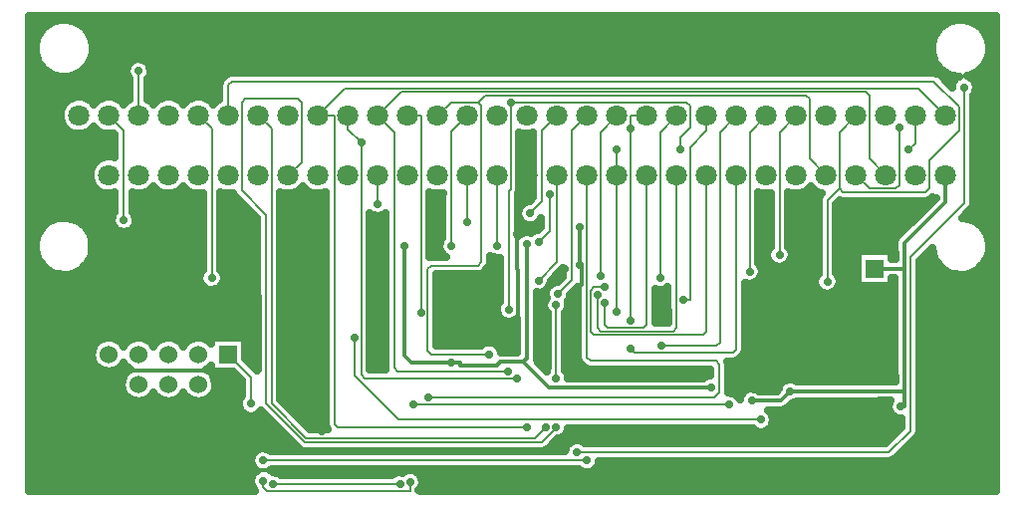
<source format=gbr>
G04 DipTrace 2.4.0.2*
%INBottom.gbr*%
%MOIN*%
%ADD13C,0.0118*%
%ADD14C,0.0059*%
%ADD15C,0.025*%
%ADD18R,0.063X0.063*%
%ADD19C,0.063*%
%ADD21C,0.0709*%
%ADD25C,0.06*%
%ADD26R,0.06X0.06*%
%ADD32C,0.0276*%
%FSLAX44Y44*%
G04*
G70*
G90*
G75*
G01*
%LNBottom*%
%LPD*%
X27081Y7699D2*
D13*
X21674D1*
X20807Y8565D1*
X20034D1*
X19926Y8457D1*
X18701D1*
Y8536D1*
X18406D1*
X28455Y7266D2*
X29419D1*
X29734Y7581D1*
X33566D1*
Y11687D1*
Y12544D1*
X34937Y13915D1*
Y14812D1*
X20807Y8565D2*
X20925Y8684D1*
Y12506D1*
X33566Y7581D2*
Y7062D1*
X33379D1*
Y7063D1*
X33441D1*
X18406Y8536D2*
X17075D1*
X16839Y8772D1*
Y12427D1*
X33566Y11687D2*
X32562D1*
X21695Y14182D2*
D14*
Y12941D1*
X21319Y12565D1*
X15937Y13847D2*
Y14812D1*
X27937D2*
Y8987D1*
X27819Y8869D1*
X24522D1*
X24380Y9012D1*
X26937Y14812D2*
Y9583D1*
X26819Y9465D1*
X23173D1*
X23055Y9583D1*
Y10941D1*
X23173Y11059D1*
X23518D1*
X25937Y14812D2*
Y9701D1*
X25819Y9583D1*
X23400D1*
X23281Y9701D1*
Y10803D1*
X21909Y8014D2*
Y10482D1*
Y6387D2*
Y6345D1*
X21440Y5875D1*
X13501D1*
X12208Y7168D1*
Y13477D1*
X11380Y14305D1*
Y17255D1*
X11498Y17373D1*
X13262D1*
X13380Y17255D1*
Y15255D1*
X12937Y14812D1*
X23519Y10557D2*
Y9819D1*
X23637Y9701D1*
X24819D1*
X24937Y9819D1*
Y14812D1*
X23937Y10242D2*
Y14812D1*
Y15658D1*
X24380Y9927D2*
Y16359D1*
Y16812D1*
X24937D1*
X25937D2*
X25380Y16255D1*
Y11363D1*
X26937Y16812D2*
Y16293D1*
X26380Y15736D1*
Y10642D1*
X26163D1*
X27937Y16812D2*
X27380Y16255D1*
Y9214D1*
X27262Y9096D1*
X25423D1*
X28937Y16812D2*
X28380Y16255D1*
Y11590D1*
X29937Y16812D2*
X29380Y16255D1*
Y12150D1*
X7937Y18298D2*
Y16812D1*
X10380Y11374D2*
Y16369D1*
X9937Y16812D1*
X17627Y7375D2*
X27190D1*
X27366Y7551D1*
Y8473D1*
X27248Y8592D1*
X23055D1*
X22937Y8710D1*
Y14812D1*
X21965Y10826D2*
X22437Y11298D1*
Y16312D1*
X22937Y16812D1*
X18937Y13237D2*
Y14812D1*
X17937Y16812D2*
X18380Y17255D1*
X19291D1*
X19518Y17481D1*
X30262D1*
X30380Y17363D1*
Y15369D1*
X30937Y14812D1*
X19291Y17255D2*
X19409Y17137D1*
Y11909D1*
X19291Y11791D1*
X17724D1*
X17606Y11673D1*
Y8939D1*
X17724Y8821D1*
X19665D1*
X35562Y17750D2*
Y13875D1*
X33754Y12066D1*
Y6254D1*
X33042Y5542D1*
X22605D1*
X33380Y16422D2*
Y14487D1*
X33262Y14369D1*
X32380D1*
X31937Y14812D1*
X16937Y16812D2*
X17380D1*
Y10200D1*
X20295Y8250D2*
X16612D1*
X16494Y8369D1*
Y16255D1*
X15937Y16812D1*
X16724Y17599D1*
X32262D1*
X32380Y17481D1*
Y15369D1*
X32937Y14812D1*
X20610Y8014D2*
X15498D1*
X15380Y8132D1*
Y15895D1*
X14937Y16338D1*
Y16812D1*
X20925Y6364D2*
X14612D1*
X14494Y6482D1*
Y16812D1*
X13937D1*
X14843Y17718D1*
X34031D1*
X34937Y16812D1*
X26055Y15658D2*
Y16089D1*
X26380Y16413D1*
Y17137D1*
X26262Y17255D1*
X20380D1*
X33711Y15658D2*
X33937Y15885D1*
Y16812D1*
X20380Y17255D2*
Y14338D1*
X20325Y14283D1*
Y10318D1*
X11937Y16812D2*
X12380Y16369D1*
Y7184D1*
X13544Y6020D1*
X21207D1*
X21555Y6368D1*
X31937Y16812D2*
X31380Y16255D1*
Y14369D1*
X31498Y14251D1*
X34262D1*
X34380Y14369D1*
Y15314D1*
X35380Y16314D1*
Y17119D1*
X34545Y17954D1*
X11055D1*
X10937Y17836D1*
Y16812D1*
X31380Y14369D2*
X30979Y13969D1*
Y11256D1*
X15154Y9375D2*
Y8098D1*
X16627Y6625D1*
X28753D1*
X27690Y7125D2*
X27440D1*
X17127D1*
X5937Y14812D2*
D13*
Y14080D1*
X6312Y13705D1*
Y8437D1*
X6937Y7812D1*
X17954Y11266D2*
X18720Y10499D1*
Y9590D1*
X19449Y4900D2*
X20036Y4312D1*
X26390D1*
X15937Y4978D2*
X16661D1*
X16740Y4900D1*
X19449D1*
X10937Y7812D2*
Y5185D1*
X11173Y4949D1*
X15907D1*
X15937Y4978D1*
X6937Y7812D2*
X7414Y8289D1*
X10460D1*
X10937Y7812D1*
X20610Y12841D2*
Y13684D1*
X20937Y14011D1*
Y14812D1*
X18720Y9590D2*
X20404D1*
X20640Y9826D1*
Y11634D1*
X20610Y11663D1*
Y12841D1*
X26875Y8187D2*
X25812D1*
X22812D1*
X22562Y8437D1*
Y10937D1*
X22750Y11125D1*
Y11750D1*
X22687Y11812D1*
Y13062D2*
Y11812D1*
X25812Y8187D2*
D3*
X10937Y7812D2*
Y6877D1*
X12314Y5500D1*
X13562D1*
X13625Y5562D1*
X15937D1*
X22002D1*
X22377Y5937D1*
X23187D1*
X23562Y6312D1*
X7438Y13313D2*
D14*
Y16311D1*
X6937Y16812D1*
X23380Y11453D2*
Y16255D1*
X23937Y16812D1*
X21319Y11285D2*
X21937Y11904D1*
Y14812D1*
X21035Y13532D2*
X21439Y13936D1*
Y16314D1*
X21937Y16812D1*
X12110Y4585D2*
Y4358D1*
X12228Y4240D1*
X17016D1*
Y4538D1*
X22937Y5264D2*
X12110D1*
X11693Y7160D2*
Y8056D1*
X10937Y8812D1*
X19937Y12447D2*
Y14812D1*
X16681Y4467D2*
X12445D1*
X18406Y12447D2*
Y16281D1*
X18937Y16812D1*
D32*
X30125Y13375D3*
X28875D3*
X31812Y13500D3*
X33750D3*
X36625Y20125D3*
X4250D3*
Y4250D3*
X36625D3*
X9000Y12750D3*
X11312D3*
X17875Y13375D3*
X12875Y13625D3*
X14000D3*
X12875Y11875D3*
X14000D3*
X12875Y10062D3*
X13812Y9187D3*
X15750Y10250D3*
X28375Y8125D3*
X30562Y7062D3*
X33441Y6500D3*
X29125Y10437D3*
X31750Y8500D3*
X26875Y8187D3*
X22687Y11812D3*
Y13062D3*
X21625Y9875D3*
Y8500D3*
X13625Y5562D3*
X15937D3*
X22187Y11687D3*
X20500Y9125D3*
X13437Y12750D3*
X15937D3*
X17812D3*
X23562Y6312D3*
X25437D3*
X25812Y8187D3*
X25375Y10437D3*
X27000Y6125D3*
X30253Y8188D3*
X32937Y6000D3*
X29687Y6687D3*
X18406Y8536D3*
X16839Y12427D3*
X20925Y12506D3*
X33441Y7063D3*
X27081Y7699D3*
X29734Y7581D3*
X28455Y7266D3*
X21319Y12565D3*
X21695Y14182D3*
X15937Y13847D3*
X24380Y9012D3*
X23518Y11059D3*
X23281Y10803D3*
X21909Y10482D3*
Y8014D3*
Y6387D3*
X23519Y10557D3*
X23937Y15658D3*
Y10242D3*
X24380Y16359D3*
Y9927D3*
X25380Y11363D3*
X26163Y10642D3*
X25423Y9096D3*
X28380Y11590D3*
X29380Y12150D3*
X7937Y18298D3*
X10380Y11374D3*
X17627Y7375D3*
X21965Y10826D3*
X18937Y13237D3*
X19665Y8821D3*
X22605Y5542D3*
X35562Y17750D3*
X33380Y16422D3*
X17380Y10200D3*
X20295Y8250D3*
X20610Y8014D3*
X15380Y15895D3*
X20925Y6364D3*
X20325Y10318D3*
X26055Y15658D3*
X33711D3*
X20380Y17255D3*
X21555Y6368D3*
X30979Y11256D3*
X28753Y6625D3*
X15154Y9375D3*
X17127Y7125D3*
X27690D3*
X15937Y4978D3*
X20610Y12841D3*
X19449Y4900D3*
X18720Y9590D3*
X26390Y4312D3*
X17954Y11266D3*
X7438Y13313D3*
X23380Y11453D3*
X21319Y11285D3*
X21035Y13532D3*
X17016Y4538D3*
X12110Y4585D3*
Y5264D3*
X22937D3*
X11693Y7160D3*
X19937Y12447D3*
X12445Y4467D3*
X16681D3*
X18406Y12447D3*
X14064Y6250D3*
X13439Y6812D3*
X4275Y19876D2*
D15*
X4914D1*
X5960D2*
X34914D1*
X35960D2*
X36598D1*
X4275Y19627D2*
X4644D1*
X6230D2*
X34644D1*
X36230D2*
X36598D1*
X4275Y19378D2*
X4512D1*
X6362D2*
X34512D1*
X36362D2*
X36598D1*
X4275Y19130D2*
X4461D1*
X6413D2*
X34461D1*
X36413D2*
X36596D1*
X4275Y18881D2*
X4476D1*
X6398D2*
X34476D1*
X36398D2*
X36598D1*
X4275Y18632D2*
X4562D1*
X6312D2*
X7687D1*
X8187D2*
X34562D1*
X36312D2*
X36598D1*
X4275Y18384D2*
X4742D1*
X6132D2*
X7519D1*
X8355D2*
X34742D1*
X36132D2*
X36598D1*
X4275Y18135D2*
X5187D1*
X5687D2*
X7543D1*
X8331D2*
X10797D1*
X34804D2*
X35187D1*
X35702D2*
X36598D1*
X4275Y17886D2*
X7617D1*
X8257D2*
X10621D1*
X35964D2*
X36598D1*
X4275Y17638D2*
X7617D1*
X8257D2*
X10617D1*
X35972D2*
X36598D1*
X4275Y17389D2*
X5687D1*
X6187D2*
X6687D1*
X7187D2*
X7617D1*
X8257D2*
X8687D1*
X9187D2*
X9687D1*
X10187D2*
X10617D1*
X35882D2*
X36598D1*
X4275Y17140D2*
X5387D1*
X35882D2*
X36598D1*
X4275Y16892D2*
X5297D1*
X35882D2*
X36598D1*
X4275Y16643D2*
X5316D1*
X35882D2*
X36598D1*
X4275Y16394D2*
X5457D1*
X35882D2*
X36598D1*
X4275Y16145D2*
X7117D1*
X20698D2*
X21121D1*
X35882D2*
X36598D1*
X4275Y15897D2*
X7117D1*
X20698D2*
X21121D1*
X35882D2*
X36598D1*
X4275Y15648D2*
X7117D1*
X20698D2*
X21121D1*
X35882D2*
X36598D1*
X4275Y15399D2*
X6715D1*
X20698D2*
X21121D1*
X35882D2*
X36598D1*
X4275Y15151D2*
X6394D1*
X20698D2*
X21121D1*
X35882D2*
X36598D1*
X4275Y14902D2*
X6301D1*
X20698D2*
X21121D1*
X35882D2*
X36598D1*
X4275Y14653D2*
X6312D1*
X20698D2*
X21121D1*
X35882D2*
X36598D1*
X4275Y14405D2*
X6445D1*
X20698D2*
X21121D1*
X35882D2*
X36598D1*
X4275Y14156D2*
X7117D1*
X7757D2*
X10062D1*
X10698D2*
X11101D1*
X12698D2*
X14176D1*
X17698D2*
X18086D1*
X20644D2*
X21121D1*
X28698D2*
X29062D1*
X29698D2*
X30726D1*
X35882D2*
X36598D1*
X4275Y13907D2*
X7117D1*
X7757D2*
X10062D1*
X10698D2*
X11336D1*
X12698D2*
X14176D1*
X17698D2*
X18086D1*
X20644D2*
X20863D1*
X28698D2*
X29062D1*
X29698D2*
X30660D1*
X31358D2*
X34445D1*
X35882D2*
X36598D1*
X4275Y13659D2*
X7117D1*
X7757D2*
X10062D1*
X10698D2*
X11586D1*
X12698D2*
X14176D1*
X17698D2*
X18086D1*
X28698D2*
X29062D1*
X29698D2*
X30660D1*
X31300D2*
X34199D1*
X35788D2*
X36598D1*
X4275Y13410D2*
X7023D1*
X7855D2*
X10062D1*
X10698D2*
X11836D1*
X12698D2*
X14176D1*
X15698D2*
X16176D1*
X17698D2*
X18086D1*
X28698D2*
X29062D1*
X29698D2*
X30660D1*
X31300D2*
X33949D1*
X35538D2*
X36598D1*
X4275Y13161D2*
X4793D1*
X6081D2*
X7039D1*
X7835D2*
X10062D1*
X10698D2*
X11887D1*
X12698D2*
X14176D1*
X15698D2*
X16176D1*
X17698D2*
X18086D1*
X20644D2*
X20855D1*
X21218D2*
X21375D1*
X28698D2*
X29062D1*
X29698D2*
X30660D1*
X31300D2*
X33699D1*
X36081D2*
X36598D1*
X4275Y12913D2*
X4586D1*
X6288D2*
X10062D1*
X10698D2*
X11887D1*
X12698D2*
X14176D1*
X15698D2*
X16176D1*
X17698D2*
X18086D1*
X20644D2*
X21090D1*
X28698D2*
X29062D1*
X29698D2*
X30660D1*
X31300D2*
X33453D1*
X36288D2*
X36598D1*
X4275Y12664D2*
X4484D1*
X6390D2*
X10062D1*
X10698D2*
X11887D1*
X12698D2*
X14176D1*
X15698D2*
X16176D1*
X17698D2*
X18043D1*
X28698D2*
X29062D1*
X29698D2*
X30660D1*
X31300D2*
X33238D1*
X36390D2*
X36598D1*
X4275Y12415D2*
X4457D1*
X6417D2*
X10062D1*
X10698D2*
X11887D1*
X12698D2*
X14176D1*
X15698D2*
X16176D1*
X17698D2*
X17980D1*
X28698D2*
X29051D1*
X29706D2*
X30660D1*
X31300D2*
X33219D1*
X36417D2*
X36596D1*
X4275Y12166D2*
X4496D1*
X6378D2*
X10062D1*
X10698D2*
X11887D1*
X12698D2*
X14176D1*
X15698D2*
X16176D1*
X17698D2*
X18090D1*
X28698D2*
X28953D1*
X29808D2*
X30660D1*
X31300D2*
X31957D1*
X34296D2*
X34496D1*
X36378D2*
X36598D1*
X4275Y11918D2*
X4613D1*
X6261D2*
X10062D1*
X10698D2*
X11887D1*
X12698D2*
X14176D1*
X15698D2*
X16176D1*
X19730D2*
X20004D1*
X28698D2*
X29027D1*
X29733D2*
X30660D1*
X31300D2*
X31957D1*
X34073D2*
X34613D1*
X36261D2*
X36598D1*
X4275Y11669D2*
X4848D1*
X6026D2*
X10062D1*
X10698D2*
X11887D1*
X12698D2*
X14176D1*
X15698D2*
X16176D1*
X19612D2*
X20004D1*
X28800D2*
X30660D1*
X31300D2*
X31957D1*
X34073D2*
X34848D1*
X36026D2*
X36598D1*
X4275Y11420D2*
X9957D1*
X10804D2*
X11887D1*
X12698D2*
X14176D1*
X15698D2*
X16176D1*
X17925D2*
X20004D1*
X21894D2*
X22117D1*
X28769D2*
X30586D1*
X31370D2*
X31957D1*
X34073D2*
X36598D1*
X4275Y11172D2*
X10008D1*
X10753D2*
X11887D1*
X12698D2*
X14176D1*
X15698D2*
X16176D1*
X17925D2*
X20004D1*
X28257D2*
X30562D1*
X31398D2*
X31957D1*
X34073D2*
X36598D1*
X4275Y10923D2*
X11887D1*
X12698D2*
X14176D1*
X15698D2*
X16176D1*
X17925D2*
X20004D1*
X25257D2*
X25617D1*
X28257D2*
X30726D1*
X31230D2*
X33219D1*
X34073D2*
X36598D1*
X4275Y10674D2*
X11887D1*
X12698D2*
X14176D1*
X15698D2*
X16176D1*
X17925D2*
X20004D1*
X21273D2*
X21531D1*
X22362D2*
X22617D1*
X25257D2*
X25617D1*
X28257D2*
X33219D1*
X34073D2*
X36598D1*
X4275Y10426D2*
X11887D1*
X12698D2*
X14176D1*
X15698D2*
X16176D1*
X17925D2*
X19910D1*
X21273D2*
X21484D1*
X22335D2*
X22617D1*
X25257D2*
X25617D1*
X28257D2*
X33219D1*
X34073D2*
X36598D1*
X4275Y10177D2*
X11887D1*
X12698D2*
X14176D1*
X15698D2*
X16176D1*
X17925D2*
X19922D1*
X21273D2*
X21590D1*
X22230D2*
X22617D1*
X25257D2*
X25617D1*
X28257D2*
X33219D1*
X34073D2*
X36598D1*
X4275Y9928D2*
X11887D1*
X12698D2*
X14176D1*
X15698D2*
X16176D1*
X17925D2*
X20199D1*
X20452D2*
X20578D1*
X21273D2*
X21590D1*
X22230D2*
X22617D1*
X25257D2*
X25617D1*
X28257D2*
X33219D1*
X34073D2*
X36598D1*
X4275Y9680D2*
X11887D1*
X12698D2*
X14176D1*
X15698D2*
X16176D1*
X17925D2*
X20578D1*
X21273D2*
X21590D1*
X22230D2*
X22617D1*
X28257D2*
X33219D1*
X34073D2*
X36598D1*
X4275Y9431D2*
X11887D1*
X12698D2*
X14176D1*
X15698D2*
X16176D1*
X17925D2*
X20578D1*
X21273D2*
X21590D1*
X22230D2*
X22617D1*
X28257D2*
X33219D1*
X34073D2*
X36598D1*
X4275Y9182D2*
X6484D1*
X11526D2*
X11887D1*
X12698D2*
X14176D1*
X15698D2*
X16176D1*
X17925D2*
X19461D1*
X19870D2*
X20578D1*
X21273D2*
X21590D1*
X22230D2*
X22617D1*
X28257D2*
X33219D1*
X34073D2*
X36598D1*
X4275Y8934D2*
X6359D1*
X11526D2*
X11887D1*
X12698D2*
X14176D1*
X15698D2*
X16176D1*
X20077D2*
X20578D1*
X21273D2*
X21590D1*
X22230D2*
X22617D1*
X28253D2*
X33219D1*
X34073D2*
X36598D1*
X4275Y8685D2*
X6363D1*
X11526D2*
X11887D1*
X12698D2*
X14176D1*
X15698D2*
X16176D1*
X21273D2*
X21590D1*
X22230D2*
X22617D1*
X28077D2*
X33219D1*
X34073D2*
X36598D1*
X4275Y8436D2*
X6492D1*
X11753D2*
X11887D1*
X12698D2*
X14176D1*
X15698D2*
X16176D1*
X21421D2*
X21589D1*
X22230D2*
X22769D1*
X27687D2*
X33219D1*
X34073D2*
X36598D1*
X4275Y8187D2*
X7488D1*
X10386D2*
X11121D1*
X12698D2*
X14176D1*
X22296D2*
X27047D1*
X27687D2*
X33219D1*
X34073D2*
X36598D1*
X4275Y7939D2*
X7363D1*
X10511D2*
X11367D1*
X12698D2*
X14176D1*
X27687D2*
X29523D1*
X29944D2*
X33219D1*
X34073D2*
X36598D1*
X4275Y7690D2*
X7359D1*
X10515D2*
X11375D1*
X12698D2*
X14176D1*
X27687D2*
X29320D1*
X34073D2*
X36598D1*
X4275Y7441D2*
X7484D1*
X10390D2*
X11375D1*
X12698D2*
X14176D1*
X34073D2*
X36598D1*
X4275Y7193D2*
X11266D1*
X12812D2*
X14176D1*
X29866D2*
X33035D1*
X34073D2*
X36598D1*
X4275Y6944D2*
X11328D1*
X13062D2*
X14176D1*
X29480D2*
X33031D1*
X34073D2*
X36598D1*
X4275Y6695D2*
X12238D1*
X13308D2*
X14176D1*
X29175D2*
X33250D1*
X34073D2*
X36598D1*
X4275Y6447D2*
X12488D1*
X13558D2*
X14176D1*
X29140D2*
X33433D1*
X34073D2*
X36598D1*
X4275Y6198D2*
X12738D1*
X22288D2*
X33258D1*
X34069D2*
X36598D1*
X4275Y5949D2*
X12984D1*
X21956D2*
X33008D1*
X33890D2*
X36598D1*
X4275Y5701D2*
X13234D1*
X21706D2*
X22211D1*
X33644D2*
X36598D1*
X4275Y5452D2*
X11730D1*
X33394D2*
X36598D1*
X4275Y5203D2*
X11687D1*
X23358D2*
X36598D1*
X4275Y4955D2*
X11828D1*
X12394D2*
X22656D1*
X23218D2*
X36598D1*
X4275Y4706D2*
X11703D1*
X17405D2*
X36598D1*
X4275Y4457D2*
X11703D1*
X17437D2*
X36598D1*
X32107Y12267D2*
X33142D1*
Y12013D1*
X33246Y12011D1*
X33242Y12544D1*
X33266Y12666D1*
X33337Y12773D1*
X34616Y14052D1*
X34509Y14082D1*
X34470Y14043D1*
X34378Y13981D1*
X34262Y13957D1*
X31494D1*
X31410Y13971D1*
X31274Y13844D1*
Y11527D1*
X31353Y11407D1*
X31382Y11256D1*
X31363Y11133D1*
X31307Y11021D1*
X31220Y10932D1*
X31110Y10874D1*
X30987Y10853D1*
X30864Y10870D1*
X30751Y10924D1*
X30661Y11009D1*
X30601Y11118D1*
X30577Y11240D1*
X30592Y11364D1*
X30643Y11477D1*
X30683Y11520D1*
X30685Y13631D1*
Y13969D1*
X30713Y14093D1*
X30771Y14177D1*
X30802Y14207D1*
X30669Y14254D1*
X30562Y14319D1*
X30471Y14404D1*
X30437Y14452D1*
X30365Y14365D1*
X30267Y14288D1*
X30155Y14232D1*
X30034Y14200D1*
X29910Y14193D1*
X29786Y14211D1*
X29673Y14252D1*
X29674Y12423D1*
X29753Y12301D1*
X29783Y12150D1*
X29763Y12027D1*
X29708Y11915D1*
X29620Y11826D1*
X29510Y11769D1*
X29388Y11747D1*
X29264Y11764D1*
X29152Y11818D1*
X29061Y11903D1*
X29001Y12012D1*
X28977Y12134D1*
X28992Y12258D1*
X29044Y12371D1*
X29083Y12415D1*
X29085Y14208D1*
X28910Y14193D1*
X28786Y14211D1*
X28673Y14252D1*
X28674Y11868D1*
X28753Y11742D1*
X28783Y11590D1*
X28763Y11467D1*
X28708Y11356D1*
X28620Y11267D1*
X28510Y11209D1*
X28388Y11188D1*
X28264Y11204D1*
X28233Y11220D1*
X28231Y8987D1*
X28203Y8863D1*
X28219Y8903D1*
X28168Y8805D1*
X28027Y8661D1*
X27936Y8599D1*
X27819Y8575D1*
X27643D1*
X27661Y8473D1*
X27660Y7547D1*
X27668Y7527D1*
X27792Y7515D1*
X27906Y7465D1*
X27999Y7383D1*
X28054Y7293D1*
X28067Y7374D1*
X28119Y7488D1*
X28202Y7580D1*
X28310Y7642D1*
X28432Y7668D1*
X28556Y7656D1*
X28670Y7606D1*
X28691Y7588D1*
X29287Y7590D1*
X29346Y7689D1*
X29398Y7802D1*
X29482Y7895D1*
X29590Y7957D1*
X29712Y7983D1*
X29835Y7971D1*
X29950Y7921D1*
X29970Y7903D1*
X33246Y7905D1*
X33242Y8331D1*
Y11366D1*
X33140Y11363D1*
X33142Y11107D1*
X31982D1*
Y12267D1*
X32107D1*
X36383Y18937D2*
X36358Y18815D1*
X36318Y18697D1*
X36263Y18585D1*
X36193Y18481D1*
X36111Y18387D1*
X36017Y18305D1*
X35913Y18235D1*
X35801Y18180D1*
X35671Y18138D1*
X35777Y18090D1*
X35871Y18008D1*
X35935Y17901D1*
X35965Y17750D1*
X35945Y17627D1*
X35890Y17515D1*
X35854Y17479D1*
X35856Y15000D1*
Y13875D1*
X35828Y13750D1*
X35770Y13666D1*
X35491Y13387D1*
X35689Y13357D1*
X35807Y13316D1*
X35919Y13260D1*
X36022Y13190D1*
X36116Y13107D1*
X36197Y13013D1*
X36266Y12909D1*
X36321Y12796D1*
X36360Y12678D1*
X36384Y12555D1*
X36391Y12437D1*
X36383Y12312D1*
X36358Y12190D1*
X36318Y12072D1*
X36263Y11960D1*
X36193Y11856D1*
X36111Y11762D1*
X36017Y11680D1*
X35913Y11610D1*
X35801Y11555D1*
X35683Y11515D1*
X35560Y11491D1*
X35435Y11483D1*
X35311Y11492D1*
X35188Y11516D1*
X35070Y11556D1*
X34958Y11612D1*
X34854Y11682D1*
X34761Y11764D1*
X34679Y11858D1*
X34610Y11962D1*
X34555Y12075D1*
X34515Y12193D1*
X34487Y12382D1*
X34048Y11941D1*
Y6254D1*
X34020Y6129D1*
X33962Y6045D1*
X33251Y5334D1*
X33142Y5266D1*
X33042Y5248D1*
X23343D1*
X23320Y5141D1*
X23265Y5030D1*
X23177Y4941D1*
X23067Y4883D1*
X22945Y4861D1*
X22821Y4878D1*
X22709Y4932D1*
X22667Y4972D1*
X20937Y4969D1*
X12386D1*
X12327Y4928D1*
X12422Y4869D1*
X12546Y4856D1*
X12660Y4807D1*
X12710Y4763D1*
X15445Y4761D1*
X16410D1*
X16536Y4842D1*
X16658Y4869D1*
X16770Y4857D1*
X16871Y4914D1*
X16993Y4940D1*
X17117Y4928D1*
X17231Y4879D1*
X17325Y4797D1*
X17389Y4690D1*
X17418Y4538D1*
X17399Y4415D1*
X17343Y4304D1*
X17308Y4268D1*
X17375Y4250D1*
X36625D1*
Y20125D1*
X4250D1*
Y4250D1*
X11839D1*
X11732Y4447D1*
X11708Y4569D1*
X11722Y4693D1*
X11774Y4806D1*
X11858Y4898D1*
X11895Y4920D1*
X11792Y5017D1*
X11732Y5126D1*
X11708Y5249D1*
X11722Y5372D1*
X11774Y5486D1*
X11858Y5578D1*
X11966Y5640D1*
X12087Y5666D1*
X12211Y5654D1*
X12326Y5604D1*
X12375Y5560D1*
X15110Y5558D1*
X22200D1*
X22217Y5651D1*
X22269Y5764D1*
X22353Y5856D1*
X22461Y5918D1*
X22582Y5944D1*
X22706Y5932D1*
X22820Y5883D1*
X22870Y5839D1*
X25605Y5837D1*
X32922Y5839D1*
X33459Y6379D1*
Y6664D1*
X33325Y6677D1*
X33213Y6731D1*
X33122Y6816D1*
X33062Y6925D1*
X33039Y7047D1*
X33053Y7171D1*
X33094Y7259D1*
X32191Y7257D1*
X29976D1*
X29864Y7200D1*
X29799Y7188D1*
X29648Y7037D1*
X29545Y6967D1*
X29419Y6942D1*
X29001D1*
X29062Y6883D1*
X29126Y6776D1*
X29156Y6625D1*
X29136Y6502D1*
X29081Y6391D1*
X28993Y6302D1*
X28883Y6244D1*
X28761Y6222D1*
X28637Y6239D1*
X28525Y6293D1*
X28483Y6333D1*
X26753Y6331D1*
X22312D1*
X22293Y6264D1*
X22237Y6153D1*
X22150Y6064D1*
X22040Y6006D1*
X21975Y5994D1*
X21648Y5667D1*
X21540Y5599D1*
X21440Y5580D1*
X13501D1*
X13377Y5609D1*
X13293Y5667D1*
X12026Y6934D1*
X11933Y6837D1*
X11823Y6779D1*
X11700Y6757D1*
X11577Y6774D1*
X11464Y6828D1*
X11374Y6914D1*
X11314Y7023D1*
X11290Y7145D1*
X11305Y7268D1*
X11356Y7382D1*
X11396Y7425D1*
Y7937D1*
X11084Y8249D1*
X10372Y8247D1*
Y8454D1*
X10295Y8375D1*
X10200Y8313D1*
X10255Y8279D1*
X10350Y8198D1*
X10424Y8098D1*
X10475Y7984D1*
X10502Y7812D1*
X10488Y7688D1*
X10448Y7570D1*
X10382Y7464D1*
X10295Y7375D1*
X10190Y7307D1*
X10073Y7264D1*
X9949Y7247D1*
X9825Y7258D1*
X9706Y7296D1*
X9599Y7360D1*
X9508Y7445D1*
X9436Y7552D1*
X9382Y7464D1*
X9295Y7375D1*
X9190Y7307D1*
X9073Y7264D1*
X8949Y7247D1*
X8825Y7258D1*
X8706Y7296D1*
X8599Y7360D1*
X8508Y7445D1*
X8436Y7552D1*
X8382Y7464D1*
X8295Y7375D1*
X8190Y7307D1*
X8073Y7264D1*
X7949Y7247D1*
X7825Y7258D1*
X7706Y7296D1*
X7599Y7360D1*
X7508Y7445D1*
X7438Y7548D1*
X7392Y7664D1*
X7373Y7787D1*
X7381Y7912D1*
X7416Y8031D1*
X7477Y8140D1*
X7560Y8233D1*
X7673Y8310D1*
X7599Y8360D1*
X7508Y8445D1*
X7436Y8552D1*
X7382Y8464D1*
X7295Y8375D1*
X7190Y8307D1*
X7073Y8264D1*
X6949Y8247D1*
X6825Y8258D1*
X6706Y8296D1*
X6599Y8360D1*
X6508Y8445D1*
X6438Y8548D1*
X6392Y8664D1*
X6373Y8787D1*
X6381Y8912D1*
X6416Y9031D1*
X6477Y9140D1*
X6560Y9233D1*
X6662Y9306D1*
X6777Y9354D1*
X6900Y9376D1*
X7025Y9370D1*
X7145Y9337D1*
X7255Y9279D1*
X7350Y9198D1*
X7435Y9073D1*
X7477Y9140D1*
X7560Y9233D1*
X7662Y9306D1*
X7777Y9354D1*
X7900Y9376D1*
X8025Y9370D1*
X8145Y9337D1*
X8255Y9279D1*
X8350Y9198D1*
X8435Y9073D1*
X8477Y9140D1*
X8560Y9233D1*
X8662Y9306D1*
X8777Y9354D1*
X8900Y9376D1*
X9025Y9370D1*
X9145Y9337D1*
X9255Y9279D1*
X9350Y9198D1*
X9435Y9073D1*
X9477Y9140D1*
X9560Y9233D1*
X9662Y9306D1*
X9777Y9354D1*
X9900Y9376D1*
X10025Y9370D1*
X10145Y9337D1*
X10255Y9279D1*
X10371Y9170D1*
X10372Y9377D1*
X11502D1*
Y8662D1*
X11903Y8261D1*
X11913Y8293D1*
X11911Y13358D1*
X11172Y14097D1*
X11104Y14205D1*
X10910Y14193D1*
X10786Y14211D1*
X10673Y14252D1*
X10674Y11869D1*
Y11646D1*
X10753Y11526D1*
X10783Y11374D1*
X10763Y11251D1*
X10708Y11140D1*
X10620Y11051D1*
X10510Y10993D1*
X10388Y10971D1*
X10264Y10988D1*
X10152Y11042D1*
X10061Y11128D1*
X10001Y11237D1*
X9977Y11359D1*
X9992Y11482D1*
X10044Y11596D1*
X10083Y11639D1*
X10085Y13749D1*
Y14214D1*
X10034Y14200D1*
X9910Y14193D1*
X9786Y14211D1*
X9669Y14254D1*
X9562Y14319D1*
X9471Y14404D1*
X9437Y14452D1*
X9365Y14365D1*
X9267Y14288D1*
X9155Y14232D1*
X9034Y14200D1*
X8910Y14193D1*
X8786Y14211D1*
X8669Y14254D1*
X8562Y14319D1*
X8471Y14404D1*
X8437Y14452D1*
X8365Y14365D1*
X8267Y14288D1*
X8155Y14232D1*
X8034Y14200D1*
X7910Y14193D1*
X7786Y14211D1*
X7731Y14231D1*
X7733Y13588D1*
X7811Y13465D1*
X7841Y13313D1*
X7822Y13190D1*
X7766Y13079D1*
X7679Y12990D1*
X7568Y12932D1*
X7446Y12911D1*
X7323Y12927D1*
X7210Y12981D1*
X7120Y13067D1*
X7060Y13176D1*
X7036Y13298D1*
X7050Y13422D1*
X7102Y13535D1*
X7141Y13578D1*
X7144Y14231D1*
X7034Y14200D1*
X6910Y14193D1*
X6786Y14211D1*
X6669Y14254D1*
X6562Y14319D1*
X6471Y14404D1*
X6399Y14506D1*
X6348Y14620D1*
X6322Y14742D1*
X6320Y14866D1*
X6344Y14989D1*
X6391Y15104D1*
X6461Y15208D1*
X6550Y15295D1*
X6655Y15363D1*
X6771Y15409D1*
X6894Y15430D1*
X7019Y15426D1*
X7144Y15395D1*
X7142Y16191D1*
X7111Y16221D1*
X7034Y16200D1*
X6910Y16193D1*
X6786Y16211D1*
X6669Y16254D1*
X6562Y16319D1*
X6471Y16404D1*
X6437Y16452D1*
X6365Y16365D1*
X6267Y16288D1*
X6155Y16232D1*
X6034Y16200D1*
X5910Y16193D1*
X5786Y16211D1*
X5669Y16254D1*
X5562Y16319D1*
X5471Y16404D1*
X5399Y16506D1*
X5348Y16620D1*
X5322Y16742D1*
X5320Y16866D1*
X5344Y16989D1*
X5391Y17104D1*
X5461Y17208D1*
X5550Y17295D1*
X5655Y17363D1*
X5771Y17409D1*
X5894Y17430D1*
X6019Y17426D1*
X6140Y17397D1*
X6253Y17344D1*
X6354Y17270D1*
X6439Y17174D1*
X6461Y17208D1*
X6550Y17295D1*
X6655Y17363D1*
X6771Y17409D1*
X6894Y17430D1*
X7019Y17426D1*
X7140Y17397D1*
X7253Y17344D1*
X7354Y17270D1*
X7439Y17174D1*
X7461Y17208D1*
X7550Y17295D1*
X7645Y17357D1*
X7643Y18027D1*
X7618Y18052D1*
X7558Y18161D1*
X7535Y18283D1*
X7549Y18407D1*
X7601Y18520D1*
X7685Y18612D1*
X7793Y18674D1*
X7914Y18700D1*
X8038Y18688D1*
X8152Y18639D1*
X8246Y18556D1*
X8310Y18450D1*
X8340Y18298D1*
X8320Y18175D1*
X8265Y18064D1*
X8229Y18028D1*
X8231Y17357D1*
X8354Y17270D1*
X8439Y17174D1*
X8461Y17208D1*
X8550Y17295D1*
X8655Y17363D1*
X8771Y17409D1*
X8894Y17430D1*
X9019Y17426D1*
X9140Y17397D1*
X9253Y17344D1*
X9354Y17270D1*
X9439Y17174D1*
X9461Y17208D1*
X9550Y17295D1*
X9655Y17363D1*
X9771Y17409D1*
X9894Y17430D1*
X10019Y17426D1*
X10140Y17397D1*
X10253Y17344D1*
X10354Y17270D1*
X10439Y17174D1*
X10461Y17208D1*
X10550Y17295D1*
X10645Y17357D1*
X10643Y17836D1*
X10671Y17960D1*
X10655Y17920D1*
X10706Y18018D1*
X10847Y18162D1*
X10939Y18224D1*
X11055Y18248D1*
X34545D1*
X34670Y18220D1*
X34753Y18162D1*
X35160Y17756D1*
X35174Y17858D1*
X35226Y17971D1*
X35310Y18063D1*
X35387Y18108D1*
X35188Y18141D1*
X35070Y18181D1*
X34958Y18237D1*
X34854Y18307D1*
X34761Y18389D1*
X34679Y18483D1*
X34610Y18587D1*
X34555Y18700D1*
X34515Y18818D1*
X34491Y18941D1*
X34483Y19065D1*
X34492Y19190D1*
X34517Y19312D1*
X34557Y19430D1*
X34613Y19542D1*
X34683Y19646D1*
X34765Y19739D1*
X34860Y19821D1*
X34964Y19890D1*
X35076Y19945D1*
X35195Y19985D1*
X35317Y20008D1*
X35442Y20016D1*
X35566Y20007D1*
X35689Y19982D1*
X35807Y19941D1*
X35919Y19885D1*
X36022Y19815D1*
X36116Y19732D1*
X36197Y19638D1*
X36266Y19534D1*
X36321Y19421D1*
X36360Y19303D1*
X36384Y19180D1*
X36391Y19062D1*
X36383Y18937D1*
X6383D2*
X6358Y18815D1*
X6318Y18697D1*
X6263Y18585D1*
X6193Y18481D1*
X6111Y18387D1*
X6017Y18305D1*
X5913Y18235D1*
X5801Y18180D1*
X5683Y18140D1*
X5560Y18116D1*
X5435Y18108D1*
X5311Y18117D1*
X5188Y18141D1*
X5070Y18181D1*
X4958Y18237D1*
X4854Y18307D1*
X4761Y18389D1*
X4679Y18483D1*
X4610Y18587D1*
X4555Y18700D1*
X4515Y18818D1*
X4491Y18941D1*
X4483Y19065D1*
X4492Y19190D1*
X4517Y19312D1*
X4557Y19430D1*
X4613Y19542D1*
X4683Y19646D1*
X4765Y19739D1*
X4860Y19821D1*
X4964Y19890D1*
X5076Y19945D1*
X5195Y19985D1*
X5317Y20008D1*
X5442Y20016D1*
X5566Y20007D1*
X5689Y19982D1*
X5807Y19941D1*
X5919Y19885D1*
X6022Y19815D1*
X6116Y19732D1*
X6197Y19638D1*
X6266Y19534D1*
X6321Y19421D1*
X6360Y19303D1*
X6384Y19180D1*
X6391Y19062D1*
X6383Y18937D1*
Y12312D2*
X6358Y12190D1*
X6318Y12072D1*
X6263Y11960D1*
X6193Y11856D1*
X6111Y11762D1*
X6017Y11680D1*
X5913Y11610D1*
X5801Y11555D1*
X5683Y11515D1*
X5560Y11491D1*
X5435Y11483D1*
X5311Y11492D1*
X5188Y11516D1*
X5070Y11556D1*
X4958Y11612D1*
X4854Y11682D1*
X4761Y11764D1*
X4679Y11858D1*
X4610Y11962D1*
X4555Y12075D1*
X4515Y12193D1*
X4491Y12316D1*
X4483Y12440D1*
X4492Y12565D1*
X4517Y12687D1*
X4557Y12805D1*
X4613Y12917D1*
X4683Y13021D1*
X4765Y13114D1*
X4860Y13196D1*
X4964Y13265D1*
X5076Y13320D1*
X5195Y13360D1*
X5317Y13383D1*
X5442Y13391D1*
X5566Y13382D1*
X5689Y13357D1*
X5807Y13316D1*
X5919Y13260D1*
X6022Y13190D1*
X6116Y13107D1*
X6197Y13013D1*
X6266Y12909D1*
X6321Y12796D1*
X6360Y12678D1*
X6384Y12555D1*
X6391Y12437D1*
X6383Y12312D1*
X18113Y14221D2*
X18034Y14200D1*
X17910Y14193D1*
X17786Y14211D1*
X17673Y14252D1*
X17675Y12081D1*
X18099Y12085D1*
X18228D1*
X18177Y12115D1*
X18087Y12200D1*
X18027Y12309D1*
X18003Y12432D1*
X18018Y12555D1*
X18069Y12669D1*
X18109Y12712D1*
X18111Y14216D1*
X13439Y14451D2*
X13365Y14365D1*
X13267Y14288D1*
X13155Y14232D1*
X13034Y14200D1*
X12910Y14193D1*
X12786Y14211D1*
X12673Y14252D1*
X12674Y11869D1*
X12677Y7304D1*
X13669Y6314D1*
X14250Y6317D1*
X14204Y6432D1*
X14200Y6857D1*
Y14252D1*
X14034Y14200D1*
X13910Y14193D1*
X13786Y14211D1*
X13669Y14254D1*
X13562Y14319D1*
X13471Y14404D1*
X13437Y14452D1*
X21144Y16229D2*
X21034Y16200D1*
X20910Y16193D1*
X20786Y16211D1*
X20673Y16252D1*
X20674Y14338D1*
X20642Y14204D1*
X20619Y14158D1*
Y12771D1*
X20673Y12820D1*
X20781Y12882D1*
X20902Y12908D1*
X21026Y12896D1*
X21066Y12879D1*
X21174Y12941D1*
X21308Y12966D1*
X21400Y13066D1*
Y13359D1*
X21363Y13298D1*
X21276Y13209D1*
X21166Y13151D1*
X21043Y13130D1*
X20920Y13147D1*
X20807Y13200D1*
X20717Y13286D1*
X20657Y13395D1*
X20633Y13517D1*
X20648Y13641D1*
X20699Y13754D1*
X20783Y13846D1*
X20891Y13908D1*
X21024Y13933D1*
X21145Y14061D1*
Y16229D1*
X26845Y8022D2*
X26936Y8075D1*
X27070Y8100D1*
X27072Y8297D1*
X23055D1*
X22931Y8326D1*
X22971Y8310D1*
X22872Y8361D1*
X22729Y8501D1*
X22667Y8593D1*
X22643Y8710D1*
Y11089D1*
X22366Y10811D1*
X22349Y10703D1*
X22294Y10595D1*
X22312Y10482D1*
X22293Y10359D1*
X22237Y10247D1*
X22202Y10211D1*
X22204Y8290D1*
X22283Y8165D1*
X22312Y8022D1*
X26842Y8023D1*
X16202Y13549D2*
X16177Y13524D1*
X16067Y13466D1*
X15945Y13445D1*
X15821Y13462D1*
X15709Y13516D1*
X15672Y13550D1*
X15674Y11895D1*
Y8305D1*
X16205Y8308D1*
X16200Y8619D1*
Y13544D1*
X21616Y10211D2*
X21591Y10235D1*
X21531Y10344D1*
X21507Y10466D1*
X21522Y10590D1*
X21581Y10712D1*
X21563Y10811D1*
X21577Y10934D1*
X21611Y11009D1*
X21559Y10962D1*
X21449Y10904D1*
X21326Y10883D1*
X21246Y10894D1*
X21249Y10506D1*
X21248Y8664D1*
X21301Y8529D1*
X21580Y8250D1*
X21615Y8389D1*
Y10205D1*
X25645Y11065D2*
X25620Y11040D1*
X25510Y10982D1*
X25388Y10961D1*
X25264Y10978D1*
X25233Y10993D1*
X25231Y9874D1*
X25646Y9877D1*
X25643Y10826D1*
Y11056D1*
X21673Y11097D2*
X21713Y11140D1*
X21821Y11202D1*
X21954Y11227D1*
X22143Y11423D1*
Y11693D1*
X21723Y11273D1*
X21702Y11162D1*
X21673Y11103D1*
X19395Y9115D2*
X19413Y9135D1*
X19521Y9197D1*
X19643Y9223D1*
X19767Y9211D1*
X19881Y9162D1*
X19974Y9080D1*
X20038Y8973D1*
X20059Y8886D1*
X20601Y8889D1*
Y10023D1*
X20455Y9937D1*
X20332Y9915D1*
X20209Y9932D1*
X20097Y9986D1*
X20006Y10072D1*
X19946Y10181D1*
X19922Y10303D1*
X19937Y10427D1*
X19989Y10540D1*
X20028Y10583D1*
X20030Y12056D1*
X19945Y12044D1*
X19821Y12061D1*
X19706Y12118D1*
X19704Y11909D1*
X19675Y11785D1*
X19692Y11824D1*
X19640Y11726D1*
X19500Y11583D1*
X19408Y11520D1*
X19291Y11496D1*
X17897D1*
X17901Y10923D1*
Y9114D1*
X19392Y9116D1*
D18*
X32562Y11687D3*
D19*
Y10687D3*
D21*
X34937Y16812D3*
Y14812D3*
X33937Y16812D3*
Y14812D3*
X29937Y16812D3*
Y14812D3*
X28937Y16812D3*
Y14812D3*
X27937Y16812D3*
Y14812D3*
X24937D3*
Y16812D3*
X23937D3*
Y14812D3*
X19937D3*
X18937D3*
X17937D3*
X16937D3*
X15937D3*
X5937D3*
X6937D3*
X7937D3*
X8937D3*
X9937D3*
X10937D3*
X11937D3*
X12937D3*
X13937D3*
X14937D3*
X19937Y16812D3*
X18937D3*
X17937D3*
X16937D3*
X15937D3*
X14937D3*
X13937D3*
X12937D3*
X11937D3*
X10937D3*
X9937D3*
X8937D3*
X7937D3*
X6937D3*
X5937D3*
X20937Y14812D3*
Y16812D3*
X21937D3*
Y14812D3*
X22937Y16812D3*
Y14812D3*
X25937D3*
Y16812D3*
X26937D3*
Y14812D3*
X30937D3*
Y16812D3*
X31937Y14812D3*
Y16812D3*
X32937Y14812D3*
Y16812D3*
D25*
X6937Y7812D3*
Y8812D3*
X7937D3*
Y7812D3*
X8937Y8812D3*
Y7812D3*
X9937Y8812D3*
Y7812D3*
X10937D3*
D26*
Y8812D3*
M02*

</source>
